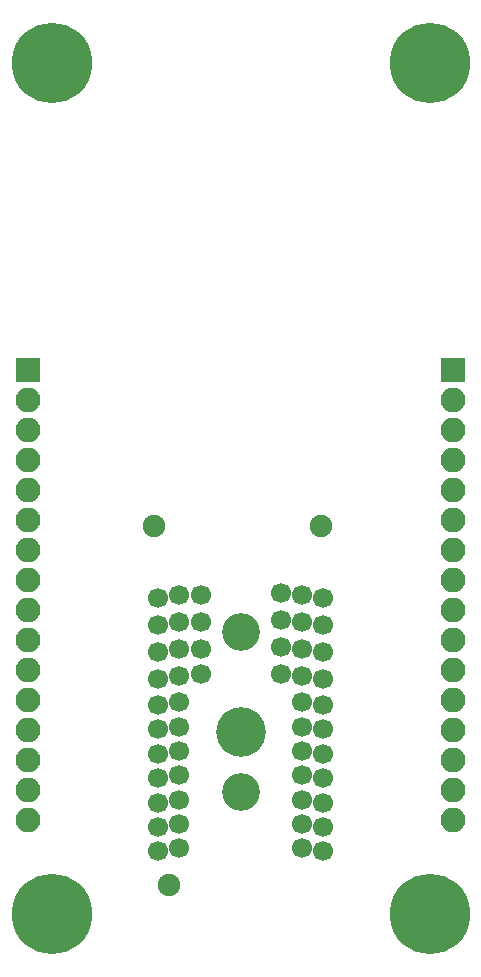
<source format=gbs>
G04 #@! TF.FileFunction,Soldermask,Bot*
%FSLAX46Y46*%
G04 Gerber Fmt 4.6, Leading zero omitted, Abs format (unit mm)*
G04 Created by KiCad (PCBNEW 4.0.6) date 03/31/18 20:17:10*
%MOMM*%
%LPD*%
G01*
G04 APERTURE LIST*
%ADD10C,0.100000*%
%ADD11C,6.800000*%
%ADD12O,1.900000X1.900000*%
%ADD13C,3.200000*%
%ADD14C,4.200000*%
%ADD15C,1.700000*%
%ADD16R,2.100000X2.100000*%
%ADD17O,2.100000X2.100000*%
G04 APERTURE END LIST*
D10*
D11*
X84000000Y-24000000D03*
X116000000Y-24000000D03*
X116000000Y-96000000D03*
D12*
X92700000Y-63200000D03*
X106800000Y-63200000D03*
D13*
X100000000Y-72200000D03*
D14*
X100000000Y-80650000D03*
D15*
X93020000Y-90700000D03*
X94820000Y-90450000D03*
X96620000Y-75700000D03*
X106980000Y-90700000D03*
X105180000Y-90450000D03*
X106980000Y-88650000D03*
X106980000Y-86600000D03*
X106980000Y-84550000D03*
X106980000Y-82500000D03*
X106980000Y-80400000D03*
X106980000Y-78300000D03*
X106980000Y-76100000D03*
X106980000Y-73820000D03*
X106980000Y-71540000D03*
X106980000Y-69260000D03*
X105180000Y-88400000D03*
X105180000Y-86350000D03*
X105180000Y-84300000D03*
X105180000Y-82250000D03*
X105180000Y-80200000D03*
X105180000Y-78100000D03*
X105180000Y-75900000D03*
X105180000Y-73620000D03*
X105180000Y-71340000D03*
X105180000Y-69060000D03*
X103380000Y-75700000D03*
X103380000Y-73420000D03*
X103380000Y-71140000D03*
X103380000Y-68860000D03*
X96620000Y-73620000D03*
X96620000Y-71340000D03*
X96620000Y-69060000D03*
X93020000Y-88650000D03*
X93020000Y-86600000D03*
X93020000Y-84550000D03*
X93020000Y-82500000D03*
X93020000Y-80400000D03*
X93020000Y-78300000D03*
X93020000Y-76100000D03*
X93020000Y-73820000D03*
X93020000Y-71540000D03*
X93020000Y-69260000D03*
X94820000Y-88400000D03*
X94820000Y-86350000D03*
X94820000Y-84300000D03*
X94820000Y-82250000D03*
X94820000Y-80200000D03*
X94820000Y-78100000D03*
X94820000Y-75900000D03*
X94820000Y-73620000D03*
X94820000Y-71340000D03*
X94820000Y-69060000D03*
D13*
X100000000Y-85700000D03*
D12*
X93900000Y-93600000D03*
D11*
X84000000Y-96000000D03*
D16*
X118000000Y-50000000D03*
D17*
X118000000Y-52540000D03*
X118000000Y-55080000D03*
X118000000Y-57620000D03*
X118000000Y-60160000D03*
X118000000Y-62700000D03*
X118000000Y-65240000D03*
X118000000Y-67780000D03*
X118000000Y-70320000D03*
X118000000Y-72860000D03*
X118000000Y-75400000D03*
X118000000Y-77940000D03*
X118000000Y-80480000D03*
X118000000Y-83020000D03*
X118000000Y-85560000D03*
X118000000Y-88100000D03*
D16*
X82000000Y-50000000D03*
D17*
X82000000Y-52540000D03*
X82000000Y-55080000D03*
X82000000Y-57620000D03*
X82000000Y-60160000D03*
X82000000Y-62700000D03*
X82000000Y-65240000D03*
X82000000Y-67780000D03*
X82000000Y-70320000D03*
X82000000Y-72860000D03*
X82000000Y-75400000D03*
X82000000Y-77940000D03*
X82000000Y-80480000D03*
X82000000Y-83020000D03*
X82000000Y-85560000D03*
X82000000Y-88100000D03*
M02*

</source>
